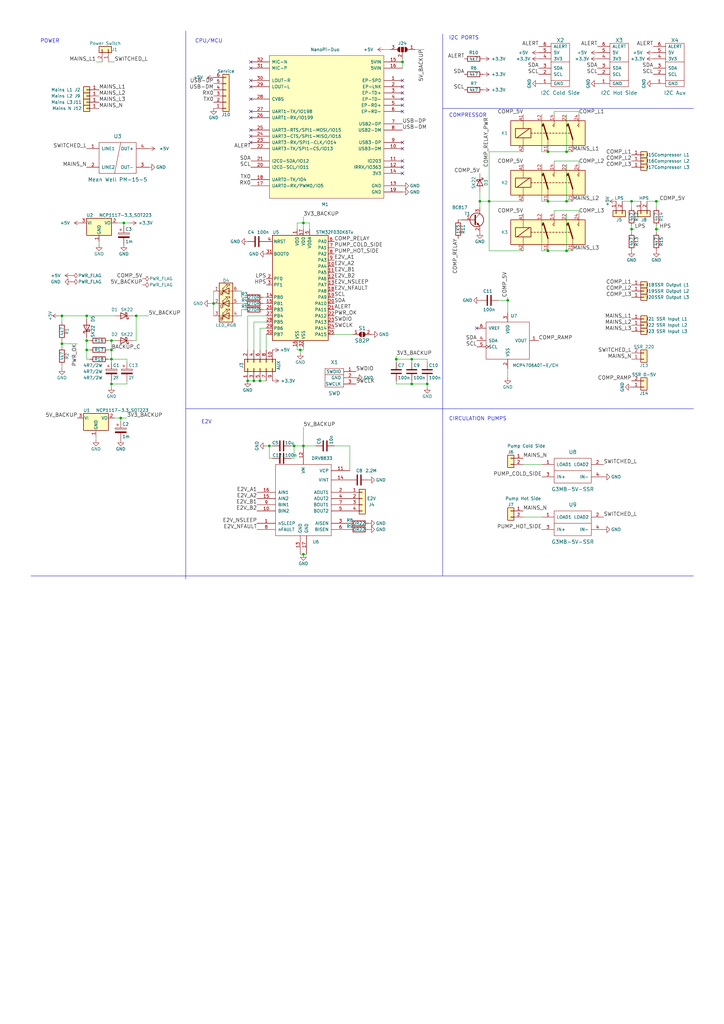
<source format=kicad_sch>
(kicad_sch (version 20220404) (generator eeschema)
  (paper "A3" portrait)
  (junction (at 232.41 102.87))
  (junction (at 123.19 143.51))
  (junction (at 25.4 140.97))
  (junction (at 35.56 139.7))
  (junction (at 35.56 143.51))
  (junction (at 45.72 157.48))
  (junction (at 35.56 129.54))
  (junction (at 50.8 91.44))
  (junction (at 196.85 82.55))
  (junction (at 124.46 227.33))
  (junction (at 224.79 102.87))
  (junction (at 269.24 82.55))
  (junction (at 224.79 62.23))
  (junction (at 106.68 156.21))
  (junction (at 232.41 62.23))
  (junction (at 110.49 182.88))
  (junction (at 175.26 157.48))
  (junction (at 124.46 91.44))
  (junction (at 25.4 129.54))
  (junction (at 224.79 82.55))
  (junction (at 55.88 129.54))
  (junction (at 49.53 171.45))
  (junction (at 87.63 124.46))
  (junction (at 124.46 182.88))
  (junction (at 168.91 157.48))
  (junction (at 259.08 93.98))
  (junction (at 45.72 143.51))
  (junction (at 200.66 82.55))
  (junction (at 165.1 25.4))
  (junction (at 162.56 147.32))
  (junction (at 45.72 147.32))
  (junction (at 104.14 156.21))
  (junction (at 232.41 82.55))
  (junction (at 120.65 182.88))
  (junction (at 168.91 147.32))
  (junction (at 45.72 139.7))
  (junction (at 259.08 82.55))
  (junction (at 269.24 93.98))
  (junction (at 101.6 156.21))
  (junction (at 208.28 123.19))
  (no_connect (at 165.1 43.18))
  (no_connect (at 165.1 68.58))
  (no_connect (at 102.87 55.88))
  (no_connect (at 165.1 33.02))
  (no_connect (at 165.1 66.04))
  (no_connect (at 102.87 58.42))
  (no_connect (at 102.87 25.4))
  (no_connect (at 102.87 35.56))
  (no_connect (at 165.1 71.12))
  (no_connect (at 165.1 38.1))
  (no_connect (at 165.1 60.96))
  (no_connect (at 102.87 27.94))
  (no_connect (at 102.87 45.72))
  (no_connect (at 195.58 134.62))
  (no_connect (at 102.87 53.34))
  (no_connect (at 165.1 45.72))
  (no_connect (at 165.1 35.56))
  (no_connect (at 102.87 33.02))
  (no_connect (at 102.87 48.26))
  (no_connect (at 165.1 58.42))
  (no_connect (at 165.1 40.64))
  (no_connect (at 102.87 40.64))
  (wire (pts (xy 255.27 82.55) (xy 259.08 82.55)))
  (wire (pts (xy 162.56 147.32) (xy 162.56 148.59)))
  (wire (pts (xy 25.4 129.54) (xy 35.56 129.54)))
  (wire (pts (xy 208.28 121.92) (xy 208.28 123.19)))
  (wire (pts (xy 99.06 119.38) (xy 97.79 119.38)))
  (wire (pts (xy 168.91 156.21) (xy 168.91 157.48)))
  (wire (pts (xy 196.85 82.55) (xy 196.85 85.09)))
  (wire (pts (xy 55.88 129.54) (xy 55.88 139.7)))
  (wire (pts (xy 124.46 182.88) (xy 124.46 175.26)))
  (wire (pts (xy 100.33 127) (xy 99.06 127)))
  (wire (pts (xy 99.06 129.54) (xy 97.79 129.54)))
  (wire (pts (xy 187.96 90.17) (xy 189.23 90.17)))
  (wire (pts (xy 101.6 129.54) (xy 101.6 143.51)))
  (wire (pts (xy 36.83 139.7) (xy 35.56 139.7)))
  (wire (pts (xy 55.88 129.54) (xy 60.96 129.54)))
  (wire (pts (xy 45.72 139.7) (xy 46.99 139.7)))
  (wire (pts (xy 175.26 157.48) (xy 175.26 158.75)))
  (wire (pts (xy 208.28 123.19) (xy 208.28 128.27)))
  (wire (pts (xy 49.53 171.45) (xy 52.07 171.45)))
  (wire (pts (xy 101.6 156.21) (xy 104.14 156.21)))
  (wire (pts (xy 208.28 154.94) (xy 208.28 151.13)))
  (wire (pts (xy 227.33 87.63) (xy 227.33 86.36)))
  (wire (pts (xy 35.56 138.43) (xy 35.56 139.7)))
  (wire (pts (xy 39.37 179.07) (xy 39.37 180.34)))
  (wire (pts (xy 25.4 139.7) (xy 25.4 140.97)))
  (wire (pts (xy 259.08 93.98) (xy 259.08 95.25)))
  (wire (pts (xy 121.92 142.24) (xy 121.92 143.51)))
  (wire (pts (xy 107.95 121.92) (xy 109.22 121.92)))
  (wire (pts (xy 35.56 143.51) (xy 35.56 147.32)))
  (wire (pts (xy 124.46 91.44) (xy 127 91.44)))
  (wire (pts (xy 45.72 147.32) (xy 52.07 147.32)))
  (wire (pts (xy 121.92 93.98) (xy 121.92 91.44)))
  (wire (pts (xy 123.19 144.78) (xy 123.19 143.51)))
  (wire (pts (xy 269.24 82.55) (xy 269.24 85.09)))
  (polyline (pts (xy 76.2 12.7) (xy 76.2 237.49)))
  (wire (pts (xy 110.49 182.88) (xy 111.76 182.88)))
  (wire (pts (xy 109.22 134.62) (xy 106.68 134.62)))
  (wire (pts (xy 175.26 147.32) (xy 175.26 148.59)))
  (wire (pts (xy 200.66 62.23) (xy 200.66 82.55)))
  (wire (pts (xy 222.25 46.99) (xy 222.25 62.23)))
  (wire (pts (xy 162.56 156.21) (xy 162.56 157.48)))
  (wire (pts (xy 25.4 140.97) (xy 25.4 142.24)))
  (wire (pts (xy 208.28 123.19) (xy 204.47 123.19)))
  (wire (pts (xy 55.88 139.7) (xy 54.61 139.7)))
  (polyline (pts (xy 284.48 44.45) (xy 181.61 44.45)))
  (wire (pts (xy 109.22 132.08) (xy 104.14 132.08)))
  (wire (pts (xy 44.45 143.51) (xy 45.72 143.51)))
  (wire (pts (xy 25.4 129.54) (xy 25.4 132.08)))
  (wire (pts (xy 40.64 99.06) (xy 40.64 100.33)))
  (wire (pts (xy 175.26 156.21) (xy 175.26 157.48)))
  (wire (pts (xy 25.4 140.97) (xy 31.75 140.97)))
  (wire (pts (xy 127 91.44) (xy 127 93.98)))
  (wire (pts (xy 124.46 143.51) (xy 124.46 142.24)))
  (wire (pts (xy 237.49 45.72) (xy 237.49 46.99)))
  (wire (pts (xy 110.49 187.96) (xy 110.49 182.88)))
  (wire (pts (xy 87.63 119.38) (xy 87.63 124.46)))
  (wire (pts (xy 214.63 190.5) (xy 222.25 190.5)))
  (wire (pts (xy 137.16 182.88) (xy 143.51 182.88)))
  (wire (pts (xy 227.33 46.99) (xy 227.33 45.72)))
  (polyline (pts (xy 12.7 236.22) (xy 284.48 236.22)))
  (wire (pts (xy 119.38 182.88) (xy 120.65 182.88)))
  (wire (pts (xy 109.22 182.88) (xy 110.49 182.88)))
  (wire (pts (xy 35.56 129.54) (xy 35.56 130.81)))
  (wire (pts (xy 232.41 87.63) (xy 232.41 102.87)))
  (wire (pts (xy 124.46 227.33) (xy 125.73 227.33)))
  (wire (pts (xy 35.56 147.32) (xy 36.83 147.32)))
  (wire (pts (xy 107.95 124.46) (xy 109.22 124.46)))
  (wire (pts (xy 97.79 124.46) (xy 100.33 124.46)))
  (wire (pts (xy 86.36 124.46) (xy 87.63 124.46)))
  (wire (pts (xy 165.1 25.4) (xy 165.1 27.94)))
  (wire (pts (xy 168.91 147.32) (xy 168.91 148.59)))
  (wire (pts (xy 269.24 93.98) (xy 269.24 95.25)))
  (wire (pts (xy 124.46 91.44) (xy 124.46 93.98)))
  (wire (pts (xy 106.68 134.62) (xy 106.68 143.51)))
  (wire (pts (xy 104.14 132.08) (xy 104.14 143.51)))
  (wire (pts (xy 214.63 62.23) (xy 200.66 62.23)))
  (wire (pts (xy 232.41 102.87) (xy 234.95 102.87)))
  (wire (pts (xy 157.48 20.32) (xy 160.02 20.32)))
  (wire (pts (xy 120.65 187.96) (xy 120.65 182.88)))
  (wire (pts (xy 48.26 91.44) (xy 50.8 91.44)))
  (wire (pts (xy 227.33 67.31) (xy 227.33 66.04)))
  (wire (pts (xy 162.56 157.48) (xy 168.91 157.48)))
  (wire (pts (xy 224.79 82.55) (xy 232.41 82.55)))
  (wire (pts (xy 99.06 127) (xy 99.06 129.54)))
  (wire (pts (xy 162.56 147.32) (xy 168.91 147.32)))
  (wire (pts (xy 104.14 156.21) (xy 106.68 156.21)))
  (wire (pts (xy 49.53 172.72) (xy 49.53 171.45)))
  (wire (pts (xy 269.24 93.98) (xy 270.51 93.98)))
  (polyline (pts (xy 181.61 13.97) (xy 181.61 236.22)))
  (wire (pts (xy 106.68 156.21) (xy 109.22 156.21)))
  (wire (pts (xy 35.56 143.51) (xy 36.83 143.51)))
  (wire (pts (xy 227.33 45.72) (xy 237.49 45.72)))
  (wire (pts (xy 44.45 25.4) (xy 46.99 25.4)))
  (wire (pts (xy 269.24 92.71) (xy 269.24 93.98)))
  (wire (pts (xy 259.08 82.55) (xy 262.89 82.55)))
  (wire (pts (xy 45.72 157.48) (xy 52.07 157.48)))
  (wire (pts (xy 222.25 62.23) (xy 224.79 62.23)))
  (wire (pts (xy 222.25 67.31) (xy 222.25 82.55)))
  (wire (pts (xy 162.56 146.05) (xy 162.56 147.32)))
  (polyline (pts (xy 76.2 167.64) (xy 284.48 167.64)))
  (wire (pts (xy 123.19 143.51) (xy 124.46 143.51)))
  (wire (pts (xy 165.1 24.13) (xy 165.1 25.4)))
  (wire (pts (xy 87.63 124.46) (xy 87.63 129.54)))
  (wire (pts (xy 109.22 129.54) (xy 101.6 129.54)))
  (wire (pts (xy 46.99 171.45) (xy 49.53 171.45)))
  (wire (pts (xy 39.37 25.4) (xy 41.91 25.4)))
  (wire (pts (xy 222.25 82.55) (xy 224.79 82.55)))
  (wire (pts (xy 259.08 93.98) (xy 260.35 93.98)))
  (wire (pts (xy 168.91 147.32) (xy 175.26 147.32)))
  (wire (pts (xy 227.33 66.04) (xy 237.49 66.04)))
  (wire (pts (xy 196.85 82.55) (xy 200.66 82.55)))
  (wire (pts (xy 99.06 121.92) (xy 99.06 119.38)))
  (wire (pts (xy 121.92 143.51) (xy 123.19 143.51)))
  (wire (pts (xy 45.72 139.7) (xy 45.72 143.51)))
  (wire (pts (xy 170.18 20.32) (xy 173.99 20.32)))
  (wire (pts (xy 265.43 82.55) (xy 269.24 82.55)))
  (wire (pts (xy 54.61 129.54) (xy 55.88 129.54)))
  (wire (pts (xy 123.19 227.33) (xy 124.46 227.33)))
  (wire (pts (xy 137.16 137.16) (xy 144.78 137.16)))
  (wire (pts (xy 45.72 143.51) (xy 45.72 147.32)))
  (wire (pts (xy 237.49 86.36) (xy 237.49 87.63)))
  (wire (pts (xy 100.33 121.92) (xy 99.06 121.92)))
  (wire (pts (xy 52.07 157.48) (xy 52.07 156.21)))
  (wire (pts (xy 121.92 91.44) (xy 124.46 91.44)))
  (wire (pts (xy 269.24 82.55) (xy 270.51 82.55)))
  (wire (pts (xy 45.72 147.32) (xy 45.72 148.59)))
  (wire (pts (xy 200.66 82.55) (xy 214.63 82.55)))
  (wire (pts (xy 200.66 102.87) (xy 214.63 102.87)))
  (wire (pts (xy 111.76 187.96) (xy 110.49 187.96)))
  (wire (pts (xy 232.41 67.31) (xy 232.41 82.55)))
  (wire (pts (xy 224.79 62.23) (xy 232.41 62.23)))
  (wire (pts (xy 222.25 87.63) (xy 222.25 102.87)))
  (wire (pts (xy 200.66 82.55) (xy 200.66 102.87)))
  (wire (pts (xy 259.08 92.71) (xy 259.08 93.98)))
  (wire (pts (xy 45.72 157.48) (xy 45.72 158.75)))
  (wire (pts (xy 120.65 182.88) (xy 124.46 182.88)))
  (wire (pts (xy 44.45 139.7) (xy 45.72 139.7)))
  (wire (pts (xy 44.45 147.32) (xy 45.72 147.32)))
  (wire (pts (xy 168.91 157.48) (xy 175.26 157.48)))
  (wire (pts (xy 224.79 102.87) (xy 232.41 102.87)))
  (wire (pts (xy 227.33 86.36) (xy 237.49 86.36)))
  (wire (pts (xy 35.56 129.54) (xy 46.99 129.54)))
  (wire (pts (xy 124.46 88.9) (xy 124.46 91.44)))
  (wire (pts (xy 24.13 129.54) (xy 25.4 129.54)))
  (wire (pts (xy 237.49 66.04) (xy 237.49 67.31)))
  (wire (pts (xy 143.51 182.88) (xy 143.51 193.04)))
  (wire (pts (xy 124.46 182.88) (xy 129.54 182.88)))
  (wire (pts (xy 52.07 147.32) (xy 52.07 148.59)))
  (wire (pts (xy 196.85 78.74) (xy 196.85 82.55)))
  (wire (pts (xy 259.08 82.55) (xy 259.08 85.09)))
  (wire (pts (xy 107.95 127) (xy 109.22 127)))
  (wire (pts (xy 50.8 91.44) (xy 53.34 91.44)))
  (wire (pts (xy 25.4 149.86) (xy 25.4 151.13)))
  (wire (pts (xy 35.56 139.7) (xy 35.56 143.51)))
  (wire (pts (xy 50.8 92.71) (xy 50.8 91.44)))
  (wire (pts (xy 45.72 156.21) (xy 45.72 157.48)))
  (wire (pts (xy 214.63 212.09) (xy 222.25 212.09)))
  (wire (pts (xy 222.25 102.87) (xy 224.79 102.87)))
  (wire (pts (xy 232.41 46.99) (xy 232.41 62.23)))
  (wire (pts (xy 109.22 137.16) (xy 109.22 143.51)))
  (wire (pts (xy 232.41 82.55) (xy 234.95 82.55)))
  (wire (pts (xy 232.41 62.23) (xy 234.95 62.23)))
  (wire (pts (xy 119.38 187.96) (xy 120.65 187.96)))
  (text "COMPRESSOR" (at 184.15 48.26 0) (effects (font (size 1.524 1.524)) (justify left bottom)))
  (text "CIRCULATION PUMPS" (at 184.15 172.72 0) (effects (font (size 1.524 1.524)) (justify left bottom)))
  (text "POWER" (at 16.51 17.78 0) (effects (font (size 1.524 1.524)) (justify left bottom)))
  (text "E2V" (at 82.55 173.99 0) (effects (font (size 1.524 1.524)) (justify left bottom)))
  (text "CPU/MCU" (at 80.01 17.78 0) (effects (font (size 1.524 1.524)) (justify left bottom)))
  (text "I2C PORTS" (at 184.15 16.51 0) (effects (font (size 1.524 1.524)) (justify left bottom)))
  (label "COMP_L1" (at 259.08 63.5 180) (effects (font (size 1.524 1.524))))
  (label "ALERT" (at 190.5 24.13 180) (effects (font (size 1.524 1.524))))
  (label "RX0" (at 87.63 39.37 180) (effects (font (size 1.524 1.524))))
  (label "USB-DP" (at 87.63 34.29 180) (effects (font (size 1.524 1.524))))
  (label "MAINS_N" (at 35.56 68.58 180) (effects (font (size 1.524 1.524))))
  (label "SCL" (at 267.97 30.48 180) (effects (font (size 1.524 1.524))))
  (label "LPS" (at 260.35 93.98 0) (effects (font (size 1.524 1.524))))
  (label "SDA" (at 195.58 139.7 180) (effects (font (size 1.524 1.524))))
  (label "COMP_RELAY_PWR" (at 200.66 68.58 90) (effects (font (size 1.524 1.524))))
  (label "5V_BACKUP" (at 60.96 129.54 0) (effects (font (size 1.524 1.524))))
  (label "COMP_RELAY" (at 137.16 99.06 0) (effects (font (size 1.524 1.524))))
  (label "PUMP_COLD_SIDE" (at 137.16 101.6 0) (effects (font (size 1.524 1.524))))
  (label "E2V_A1" (at 137.16 106.68 0) (effects (font (size 1.524 1.524))))
  (label "ALERT" (at 102.87 60.96 180) (effects (font (size 1.524 1.524))))
  (label "MAINS_L1" (at 40.64 36.83 0) (effects (font (size 1.524 1.524))))
  (label "MAINS_L2" (at 40.64 39.37 0) (effects (font (size 1.524 1.524))))
  (label "SDA" (at 137.16 124.46 0) (effects (font (size 1.524 1.524))))
  (label "3V3_BACKUP" (at 52.07 171.45 0) (effects (font (size 1.524 1.524))))
  (label "SCL" (at 102.87 68.58 180) (effects (font (size 1.524 1.524))))
  (label "SWITCHED_L" (at 35.56 60.96 180) (effects (font (size 1.524 1.524))))
  (label "HPS" (at 270.51 93.98 0) (effects (font (size 1.524 1.524))))
  (label "SCL" (at 195.58 142.24 180) (effects (font (size 1.524 1.524))))
  (label "COMP_5V" (at 196.85 71.12 180) (effects (font (size 1.524 1.524))))
  (label "RX0" (at 102.87 76.2 180) (effects (font (size 1.524 1.524))))
  (label "USB-DP" (at 165.1 50.8 0) (effects (font (size 1.524 1.524))))
  (label "TX0" (at 87.63 41.91 180) (effects (font (size 1.524 1.524))))
  (label "ALERT" (at 220.98 19.05 180) (effects (font (size 1.524 1.524))))
  (label "COMP_L3" (at 259.08 121.92 180) (effects (font (size 1.524 1.524))))
  (label "5V_BACKUP" (at 124.46 175.26 0) (effects (font (size 1.524 1.524))))
  (label "E2V_NSLEEP" (at 137.16 116.84 0) (effects (font (size 1.524 1.524))))
  (label "COMP_5V" (at 214.63 87.63 180) (effects (font (size 1.524 1.524))))
  (label "COMP_L2" (at 259.08 119.38 180) (effects (font (size 1.524 1.524))))
  (label "SWITCHED_L" (at 247.65 212.09 0) (effects (font (size 1.524 1.524))))
  (label "SDA" (at 220.98 27.94 180) (effects (font (size 1.524 1.524))))
  (label "SWCLK" (at 137.16 134.62 0) (effects (font (size 1.524 1.524))))
  (label "E2V_B2" (at 137.16 114.3 0) (effects (font (size 1.524 1.524))))
  (label "MAINS_L3" (at 40.64 41.91 0) (effects (font (size 1.524 1.524))))
  (label "MAINS_N" (at 214.63 209.55 0) (effects (font (size 1.524 1.524))))
  (label "USB-DM" (at 87.63 36.83 180) (effects (font (size 1.524 1.524))))
  (label "COMP_L3" (at 259.08 68.58 180) (effects (font (size 1.524 1.524))))
  (label "MAINS_N" (at 40.64 44.45 0) (effects (font (size 1.524 1.524))))
  (label "COMP_5V" (at 214.63 46.99 180) (effects (font (size 1.524 1.524))))
  (label "SWITCHED_L" (at 247.65 190.5 0) (effects (font (size 1.524 1.524))))
  (label "PUMP_HOT_SIDE" (at 222.25 217.17 180) (effects (font (size 1.524 1.524))))
  (label "SDA" (at 267.97 27.94 180) (effects (font (size 1.524 1.524))))
  (label "COMP_5V" (at 58.42 114.3 180) (effects (font (size 1.524 1.524))))
  (label "SDA" (at 245.11 27.94 180) (effects (font (size 1.524 1.524))))
  (label "COMP_5V" (at 270.51 82.55 0) (effects (font (size 1.524 1.524))))
  (label "5V_BACKUP" (at 31.75 171.45 180) (effects (font (size 1.524 1.524))))
  (label "SDA" (at 102.87 66.04 180) (effects (font (size 1.524 1.524))))
  (label "SWDIO" (at 137.16 132.08 0) (effects (font (size 1.524 1.524))))
  (label "E2V_B1" (at 137.16 111.76 0) (effects (font (size 1.524 1.524))))
  (label "5V_BACKUP" (at 173.99 20.32 270) (effects (font (size 1.524 1.524))))
  (label "E2V_A1" (at 105.41 201.93 180) (effects (font (size 1.524 1.524))))
  (label "HPS" (at 109.22 116.84 180) (effects (font (size 1.524 1.524))))
  (label "E2V_NFAULT" (at 137.16 119.38 0) (effects (font (size 1.524 1.524))))
  (label "COMP_5V" (at 208.28 121.92 90) (effects (font (size 1.524 1.524))))
  (label "PWR_OK" (at 137.16 129.54 0) (effects (font (size 1.524 1.524))))
  (label "SWITCHED_L" (at 259.08 144.78 180) (effects (font (size 1.524 1.524))))
  (label "SWDIO" (at 146.05 152.4 0) (effects (font (size 1.524 1.524))))
  (label "MAINS_L1" (at 234.95 62.23 0) (effects (font (size 1.524 1.524))))
  (label "COMP_L2" (at 259.08 66.04 180) (effects (font (size 1.524 1.524))))
  (label "MAINS_L2" (at 234.95 82.55 0) (effects (font (size 1.524 1.524))))
  (label "PWR_OK" (at 31.75 140.97 270) (effects (font (size 1.524 1.524))))
  (label "TX0" (at 102.87 73.66 180) (effects (font (size 1.524 1.524))))
  (label "E2V_NSLEEP" (at 105.41 214.63 180) (effects (font (size 1.524 1.524))))
  (label "USB-DM" (at 165.1 53.34 0) (effects (font (size 1.524 1.524))))
  (label "MAINS_L3" (at 234.95 102.87 0) (effects (font (size 1.524 1.524))))
  (label "COMP_RAMP" (at 220.98 139.7 0) (effects (font (size 1.524 1.524))))
  (label "SCL" (at 190.5 36.83 180) (effects (font (size 1.524 1.524))))
  (label "COMP_L2" (at 237.49 67.31 0) (effects (font (size 1.524 1.524))))
  (label "SWCLK" (at 146.05 157.48 0) (effects (font (size 1.524 1.524))))
  (label "5V_BACKUP" (at 58.42 116.84 180) (effects (font (size 1.524 1.524))))
  (label "3V3_BACKUP" (at 162.56 146.05 0) (effects (font (size 1.524 1.524))))
  (label "ALERT" (at 245.11 19.05 180) (effects (font (size 1.524 1.524))))
  (label "LPS" (at 109.22 114.3 180) (effects (font (size 1.524 1.524))))
  (label "ALERT" (at 267.97 19.05 180) (effects (font (size 1.524 1.524))))
  (label "COMP_L3" (at 237.49 87.63 0) (effects (font (size 1.524 1.524))))
  (label "MAINS_L1" (at 259.08 130.81 180) (effects (font (size 1.524 1.524))))
  (label "COMP_L1" (at 237.49 46.99 0) (effects (font (size 1.524 1.524))))
  (label "3V3_BACKUP" (at 124.46 88.9 0) (effects (font (size 1.524 1.524))))
  (label "SDA" (at 190.5 30.48 180) (effects (font (size 1.524 1.524))))
  (label "E2V_NFAULT" (at 105.41 217.17 180) (effects (font (size 1.524 1.524))))
  (label "SWITCHED_L" (at 46.99 25.4 0) (effects (font (size 1.524 1.524))))
  (label "COMP_RELAY" (at 187.96 97.79 270) (effects (font (size 1.524 1.524))))
  (label "ALERT" (at 137.16 127 0) (effects (font (size 1.524 1.524))))
  (label "COMP_RAMP" (at 259.08 156.21 180) (effects (font (size 1.524 1.524))))
  (label "E2V_A2" (at 137.16 109.22 0) (effects (font (size 1.524 1.524))))
  (label "COMP_5V" (at 214.63 67.31 180) (effects (font (size 1.524 1.524))))
  (label "E2V_B2" (at 105.41 209.55 180) (effects (font (size 1.524 1.524))))
  (label "BACKUP_C" (at 45.72 143.51 0) (effects (font (size 1.524 1.524))))
  (label "MAINS_N" (at 259.08 147.32 180) (effects (font (size 1.524 1.524))))
  (label "PUMP_HOT_SIDE" (at 137.16 104.14 0) (effects (font (size 1.524 1.524))))
  (label "PUMP_COLD_SIDE" (at 222.25 195.58 180) (effects (font (size 1.524 1.524))))
  (label "MAINS_N" (at 214.63 187.96 0) (effects (font (size 1.524 1.524))))
  (label "E2V_A2" (at 105.41 204.47 180) (effects (font (size 1.524 1.524))))
  (label "MAINS_L1" (at 39.37 25.4 180) (effects (font (size 1.524 1.524))))
  (label "SCL" (at 220.98 30.48 180) (effects (font (size 1.524 1.524))))
  (label "COMP_L1" (at 259.08 116.84 180) (effects (font (size 1.524 1.524))))
  (label "MAINS_L3" (at 259.08 135.89 180) (effects (font (size 1.524 1.524))))
  (label "E2V_B1" (at 105.41 207.01 180) (effects (font (size 1.524 1.524))))
  (label "SCL" (at 245.11 30.48 180) (effects (font (size 1.524 1.524))))
  (label "SCL" (at 137.16 121.92 0) (effects (font (size 1.524 1.524))))
  (label "MAINS_L2" (at 259.08 133.35 180) (effects (font (size 1.524 1.524))))
  (symbol (lib_id "power:PWR_FLAG") (at 29.21 113.03 270) (unit 1)
    (default_instance (reference "U") (unit 1) (value "") (footprint ""))
    (property "Reference" "#FLG01" (effects hide))
    (property "Value" "PWR_FLAG" (at 36.83 113.03 90))
  )
  (symbol (lib_id "power:+5V") (at 29.21 113.03 90) (unit 1)
    (default_instance (reference "U") (unit 1) (value "") (footprint ""))
    (property "Reference" "#PWR02" (effects hide))
    (property "Value" "+5V" (at 22.86 113.03 90))
  )
  (symbol (lib_id "power:PWR_FLAG") (at 29.21 115.57 270) (unit 1)
    (default_instance (reference "U") (unit 1) (value "") (footprint ""))
    (property "Reference" "#FLG03" (effects hide))
    (property "Value" "PWR_FLAG" (at 36.83 115.57 90))
  )
  (symbol (lib_id "power:GND") (at 29.21 115.57 270) (unit 1)
    (default_instance (reference "U") (unit 1) (value "") (footprint ""))
    (property "Reference" "#PWR04" (effects hide))
    (property "Value" "GND" (at 22.86 115.57 90))
  )
  (symbol (lib_id "Regulator_Linear:NCP1117-3.3_SOT223") (at 40.64 91.44 0) (unit 1)
    (default_instance (reference "U") (unit 1) (value "") (footprint ""))
    (property "Reference" "U2" (at 36.83 88.265 0))
    (property "Value" "NCP1117-3.3_SOT223" (at 40.64 88.265 0) (effects (justify left)))
    (property "Footprint" "Package_TO_SOT_SMD:SOT-223-3_TabPin2" (effects hide))
  )
  (symbol (lib_id "power:+3.3V") (at 53.34 91.44 270) (unit 1)
    (default_instance (reference "U") (unit 1) (value "") (footprint ""))
    (property "Reference" "#PWR06" (effects hide))
    (property "Value" "+3.3V" (at 59.69 91.44 90))
  )
  (symbol (lib_id "power:GND") (at 40.64 100.33 0) (unit 1)
    (default_instance (reference "U") (unit 1) (value "") (footprint ""))
    (property "Reference" "#PWR08" (effects hide))
    (property "Value" "GND" (at 40.64 104.14 0))
  )
  (symbol (lib_id "power:GND") (at 50.8 100.33 0) (unit 1)
    (default_instance (reference "U") (unit 1) (value "") (footprint ""))
    (property "Reference" "#PWR09" (effects hide))
    (property "Value" "GND" (at 50.8 104.14 0))
  )
  (symbol (lib_id "Device:C_Polarized") (at 50.8 96.52 0) (unit 1)
    (default_instance (reference "U") (unit 1) (value "") (footprint ""))
    (property "Reference" "C3" (at 51.435 93.98 0) (effects (justify left)))
    (property "Value" "1m" (at 51.435 99.06 0) (effects (justify left)))
    (property "Footprint" "Capacitor_SMD:CP_Elec_8x10" (effects hide))
  )
  (symbol (lib_id "Drake:Switching_Power_Supply") (at 48.26 64.77 0) (unit 1)
    (default_instance (reference "U") (unit 1) (value "") (footprint ""))
    (property "Reference" "U3" (at 48.26 55.88 0) (effects (font (size 1.524 1.524))))
    (property "Value" "Mean Well PM-15-5" (at 48.26 73.66 0) (effects (font (size 1.524 1.524))))
    (property "Footprint" "Drake:Mean-Well-PM-15-5" (effects hide))
  )
  (symbol (lib_id "power:+5V") (at 33.02 91.44 90) (unit 1)
    (default_instance (reference "U") (unit 1) (value "") (footprint ""))
    (property "Reference" "#PWR010" (effects hide))
    (property "Value" "+5V" (at 26.67 91.44 90))
  )
  (symbol (lib_id "power:GND") (at 60.96 68.58 90) (unit 1)
    (default_instance (reference "U") (unit 1) (value "") (footprint ""))
    (property "Reference" "#PWR011" (effects hide))
    (property "Value" "GND" (at 66.04 68.58 90))
  )
  (symbol (lib_id "power:GND") (at 165.1 78.74 90) (unit 1)
    (default_instance (reference "U") (unit 1) (value "") (footprint ""))
    (property "Reference" "#PWR012" (effects hide))
    (property "Value" "GND" (at 170.18 78.74 90))
  )
  (symbol (lib_id "Drake:I2C-6P") (at 229.87 29.21 0) (mirror y) (unit 1)
    (default_instance (reference "U") (unit 1) (value "") (footprint ""))
    (property "Reference" "X2" (at 229.87 16.51 0) (effects (font (size 1.524 1.524))))
    (property "Value" "I2C Cold Side" (at 229.87 38.1 0) (effects (font (size 1.524 1.524))))
    (property "Footprint" "Drake:Micro-Match-FOB-6" (effects hide))
  )
  (symbol (lib_id "Drake:I2C-6P") (at 254 29.21 0) (mirror y) (unit 1)
    (default_instance (reference "U") (unit 1) (value "") (footprint ""))
    (property "Reference" "X3" (at 254 16.51 0) (effects (font (size 1.524 1.524))))
    (property "Value" "I2C Hot Side" (at 254 38.1 0) (effects (font (size 1.524 1.524))))
    (property "Footprint" "Drake:Micro-Match-FOB-6" (effects hide))
  )
  (symbol (lib_id "Drake:I2C-6P") (at 276.86 29.21 0) (mirror y) (unit 1)
    (default_instance (reference "U") (unit 1) (value "") (footprint ""))
    (property "Reference" "X4" (at 276.86 16.51 0) (effects (font (size 1.524 1.524))))
    (property "Value" "I2C Aux" (at 276.86 38.1 0) (effects (font (size 1.524 1.524))))
    (property "Footprint" "Drake:Micro-Match-FOB-6" (effects hide))
  )
  (symbol (lib_id "power:+3.3V") (at 220.98 24.13 90) (unit 1)
    (default_instance (reference "U") (unit 1) (value "") (footprint ""))
    (property "Reference" "#PWR013" (effects hide))
    (property "Value" "+3.3V" (at 214.63 24.13 90))
  )
  (symbol (lib_id "power:+3.3V") (at 267.97 24.13 90) (unit 1)
    (default_instance (reference "U") (unit 1) (value "") (footprint ""))
    (property "Reference" "#PWR014" (effects hide))
    (property "Value" "+3.3V" (at 261.62 24.13 90))
  )
  (symbol (lib_id "power:+3.3V") (at 245.11 24.13 90) (unit 1)
    (default_instance (reference "U") (unit 1) (value "") (footprint ""))
    (property "Reference" "#PWR015" (effects hide))
    (property "Value" "+3.3V" (at 238.76 24.13 90))
  )
  (symbol (lib_id "power:+5V") (at 220.98 21.59 90) (unit 1)
    (default_instance (reference "U") (unit 1) (value "") (footprint ""))
    (property "Reference" "#PWR016" (effects hide))
    (property "Value" "+5V" (at 214.63 21.59 90))
  )
  (symbol (lib_id "power:+5V") (at 245.11 21.59 90) (unit 1)
    (default_instance (reference "U") (unit 1) (value "") (footprint ""))
    (property "Reference" "#PWR017" (effects hide))
    (property "Value" "+5V" (at 238.76 21.59 90))
  )
  (symbol (lib_id "power:+5V") (at 267.97 21.59 90) (unit 1)
    (default_instance (reference "U") (unit 1) (value "") (footprint ""))
    (property "Reference" "#PWR018" (effects hide))
    (property "Value" "+5V" (at 261.62 21.59 90))
  )
  (symbol (lib_id "power:GND") (at 220.98 34.29 270) (unit 1)
    (default_instance (reference "U") (unit 1) (value "") (footprint ""))
    (property "Reference" "#PWR019" (effects hide))
    (property "Value" "GND" (at 217.17 34.29 0))
  )
  (symbol (lib_id "power:GND") (at 245.11 34.29 270) (unit 1)
    (default_instance (reference "U") (unit 1) (value "") (footprint ""))
    (property "Reference" "#PWR020" (effects hide))
    (property "Value" "GND" (at 241.3 34.29 0))
  )
  (symbol (lib_id "power:GND") (at 267.97 34.29 270) (unit 1)
    (default_instance (reference "U") (unit 1) (value "") (footprint ""))
    (property "Reference" "#PWR021" (effects hide))
    (property "Value" "GND" (at 264.16 34.29 0))
  )
  (symbol (lib_id "power:GND") (at 123.19 144.78 0) (unit 1)
    (default_instance (reference "U") (unit 1) (value "") (footprint ""))
    (property "Reference" "#PWR022" (effects hide))
    (property "Value" "GND" (at 123.19 148.59 0))
  )
  (symbol (lib_id "Device:R") (at 194.31 30.48 270) (unit 1)
    (default_instance (reference "U") (unit 1) (value "") (footprint ""))
    (property "Reference" "R6" (at 194.31 27.94 90))
    (property "Value" "4k7" (at 194.31 30.48 90))
    (property "Footprint" "Resistor_SMD:R_0805_2012Metric" (effects hide))
  )
  (symbol (lib_id "Device:R") (at 194.31 36.83 270) (unit 1)
    (default_instance (reference "U") (unit 1) (value "") (footprint ""))
    (property "Reference" "R7" (at 194.31 34.29 90))
    (property "Value" "4k7" (at 194.31 36.83 90))
    (property "Footprint" "Resistor_SMD:R_0805_2012Metric" (effects hide))
  )
  (symbol (lib_id "power:+3.3V") (at 198.12 30.48 270) (unit 1)
    (default_instance (reference "U") (unit 1) (value "") (footprint ""))
    (property "Reference" "#PWR023" (effects hide))
    (property "Value" "+3.3V" (at 204.47 30.48 90))
  )
  (symbol (lib_id "power:+3.3V") (at 198.12 36.83 270) (unit 1)
    (default_instance (reference "U") (unit 1) (value "") (footprint ""))
    (property "Reference" "#PWR024" (effects hide))
    (property "Value" "+3.3V" (at 204.47 36.83 90))
  )
  (symbol (lib_id "power:GND") (at 208.28 154.94 0) (unit 1)
    (default_instance (reference "U") (unit 1) (value "") (footprint ""))
    (property "Reference" "#PWR025" (effects hide))
    (property "Value" "GND" (at 208.28 158.75 0))
  )
  (symbol (lib_id "MCU_ST_STM32F0:STM32F030K6Tx") (at 124.46 116.84 0) (unit 1)
    (default_instance (reference "U") (unit 1) (value "") (footprint ""))
    (property "Reference" "U5" (at 111.76 95.25 0) (effects (justify left)))
    (property "Value" "STM32F030K6Tx" (at 129.54 95.25 0) (effects (justify left)))
    (property "Footprint" "Package_QFP:LQFP-32_7x7mm_P0.8mm" (effects hide))
  )
  (symbol (lib_id "Device:C") (at 105.41 99.06 270) (unit 1)
    (default_instance (reference "U") (unit 1) (value "") (footprint ""))
    (property "Reference" "C4" (at 101.6 95.25 90) (effects (justify left)))
    (property "Value" "100n" (at 105.41 95.25 90) (effects (justify left)))
    (property "Footprint" "Capacitor_SMD:C_0805_2012Metric" (effects hide))
  )
  (symbol (lib_id "power:GND") (at 101.6 99.06 270) (unit 1)
    (default_instance (reference "U") (unit 1) (value "") (footprint ""))
    (property "Reference" "#PWR026" (effects hide))
    (property "Value" "GND" (at 96.52 99.06 90))
  )
  (symbol (lib_id "power:GND") (at 109.22 104.14 270) (unit 1)
    (default_instance (reference "U") (unit 1) (value "") (footprint ""))
    (property "Reference" "#PWR027" (effects hide))
    (property "Value" "GND" (at 104.14 104.14 90))
  )
  (symbol (lib_id "Drake:SWD") (at 137.16 154.94 0) (unit 1)
    (default_instance (reference "U") (unit 1) (value "") (footprint ""))
    (property "Reference" "X1" (at 137.16 148.59 0) (effects (font (size 1.524 1.524))))
    (property "Value" "SWD" (at 137.16 161.29 0) (effects (font (size 1.524 1.524))))
    (property "Footprint" "Drake:SWD" (effects hide))
  )
  (symbol (lib_id "power:GND") (at 146.05 154.94 90) (unit 1)
    (default_instance (reference "U") (unit 1) (value "") (footprint ""))
    (property "Reference" "#PWR028" (effects hide))
    (property "Value" "GND" (at 151.13 154.94 90))
  )
  (symbol (lib_id "Connector_Generic:Conn_01x04") (at 148.59 204.47 0) (unit 1)
    (default_instance (reference "U") (unit 1) (value "") (footprint ""))
    (property "Reference" "J4" (at 152.4 207.01 0))
    (property "Value" "E2V" (at 152.4 204.47 0))
    (property "Footprint" "Drake:DG142R-4-5.08" (effects hide))
  )
  (symbol (lib_id "Connector_Generic:Conn_01x02") (at 209.55 187.96 0) (mirror y) (unit 1)
    (default_instance (reference "U") (unit 1) (value "") (footprint ""))
    (property "Reference" "J6" (at 209.55 185.42 0))
    (property "Value" "Pump Cold Side" (at 215.9 182.88 0))
    (property "Footprint" "Drake:DG142R-2-5.08" (effects hide))
  )
  (symbol (lib_id "Connector_Generic:Conn_01x02") (at 209.55 209.55 0) (mirror y) (unit 1)
    (default_instance (reference "U") (unit 1) (value "") (footprint ""))
    (property "Reference" "J7" (at 209.55 207.01 0))
    (property "Value" "Pump Hot Side" (at 214.63 204.47 0))
    (property "Footprint" "Drake:DG142R-2-5.08" (effects hide))
  )
  (symbol (lib_id "Drake:G3MB-SSR") (at 234.95 193.04 0) (unit 1)
    (default_instance (reference "U") (unit 1) (value "") (footprint ""))
    (property "Reference" "U8" (at 234.95 185.42 0) (effects (font (size 1.524 1.524))))
    (property "Value" "G3MB-5V-SSR" (at 234.95 200.66 0) (effects (font (size 1.524 1.524))))
    (property "Footprint" "Drake:G3MB-SSR" (effects hide))
  )
  (symbol (lib_id "Drake:G3MB-SSR") (at 234.95 214.63 0) (unit 1)
    (default_instance (reference "U") (unit 1) (value "") (footprint ""))
    (property "Reference" "U9" (at 234.95 207.01 0) (effects (font (size 1.524 1.524))))
    (property "Value" "G3MB-5V-SSR" (at 234.95 222.25 0) (effects (font (size 1.524 1.524))))
    (property "Footprint" "Drake:G3MB-SSR" (effects hide))
  )
  (symbol (lib_id "power:GND") (at 247.65 195.58 90) (unit 1)
    (default_instance (reference "U") (unit 1) (value "") (footprint ""))
    (property "Reference" "#PWR029" (effects hide))
    (property "Value" "GND" (at 252.73 195.58 90))
  )
  (symbol (lib_id "power:GND") (at 247.65 217.17 90) (unit 1)
    (default_instance (reference "U") (unit 1) (value "") (footprint ""))
    (property "Reference" "#PWR030" (effects hide))
    (property "Value" "GND" (at 252.73 217.17 90))
  )
  (symbol (lib_id "Relay:FINDER-40.52") (at 224.79 54.61 0) (unit 1)
    (default_instance (reference "U") (unit 1) (value "") (footprint ""))
    (property "Reference" "K1" (at 207.01 54.61 0))
    (property "Value" "RELAY_2" (effects hide))
    (property "Footprint" "Drake:RT314_Relay" (effects hide))
  )
  (symbol (lib_id "Relay:FINDER-40.52") (at 224.79 74.93 0) (unit 1)
    (default_instance (reference "U") (unit 1) (value "") (footprint ""))
    (property "Reference" "K2" (at 207.01 74.93 0))
    (property "Value" "RELAY_2" (effects hide))
    (property "Footprint" "Drake:RT314_Relay" (effects hide))
  )
  (symbol (lib_id "Relay:FINDER-40.52") (at 224.79 95.25 0) (unit 1)
    (default_instance (reference "U") (unit 1) (value "") (footprint ""))
    (property "Reference" "K3" (at 207.01 95.25 0))
    (property "Value" "RELAY_2" (effects hide))
    (property "Footprint" "Drake:RT314_Relay" (effects hide))
  )
  (symbol (lib_id "power:GND") (at 196.85 95.25 0) (unit 1)
    (default_instance (reference "U") (unit 1) (value "") (footprint ""))
    (property "Reference" "#PWR031" (effects hide))
    (property "Value" "GND" (at 196.85 99.06 0))
  )
  (symbol (lib_id "Device:R") (at 187.96 93.98 0) (unit 1)
    (default_instance (reference "U") (unit 1) (value "") (footprint ""))
    (property "Reference" "R11" (at 189.992 93.98 90))
    (property "Value" "1K5" (at 187.96 93.98 90))
    (property "Footprint" "Resistor_SMD:R_0805_2012Metric" (effects hide))
  )
  (symbol (lib_id "Transistor_BJT:MMBT3904") (at 194.31 90.17 0) (unit 1)
    (default_instance (reference "U") (unit 1) (value "") (footprint ""))
    (property "Reference" "T1" (at 190.5 87.63 0) (effects (justify left)))
    (property "Value" "BC817" (at 185.42 85.09 0) (effects (justify left)))
    (property "Footprint" "Package_TO_SOT_SMD:SOT-23" (effects hide))
  )
  (symbol (lib_id "Device:R") (at 194.31 24.13 270) (unit 1)
    (default_instance (reference "U") (unit 1) (value "") (footprint ""))
    (property "Reference" "R10" (at 194.31 21.59 90))
    (property "Value" "4k7" (at 194.31 24.13 90))
    (property "Footprint" "Resistor_SMD:R_0805_2012Metric" (effects hide))
  )
  (symbol (lib_id "power:+3.3V") (at 198.12 24.13 270) (unit 1)
    (default_instance (reference "U") (unit 1) (value "") (footprint ""))
    (property "Reference" "#PWR032" (effects hide))
    (property "Value" "+3.3V" (at 204.47 24.13 90))
  )
  (symbol (lib_id "power:GND") (at 259.08 158.75 270) (unit 1)
    (default_instance (reference "U") (unit 1) (value "") (footprint ""))
    (property "Reference" "#PWR033" (effects hide))
    (property "Value" "GND" (at 255.27 158.75 0))
  )
  (symbol (lib_id "Device:C") (at 162.56 152.4 0) (unit 1)
    (default_instance (reference "U") (unit 1) (value "") (footprint ""))
    (property "Reference" "C7" (at 163.195 149.86 0) (effects (justify left)))
    (property "Value" "100n" (at 163.195 154.94 0) (effects (justify left)))
    (property "Footprint" "Capacitor_SMD:C_0805_2012Metric" (effects hide))
  )
  (symbol (lib_id "Device:C") (at 200.66 123.19 270) (unit 1)
    (default_instance (reference "U") (unit 1) (value "") (footprint ""))
    (property "Reference" "C11" (at 198.12 119.38 90) (effects (justify left)))
    (property "Value" "100n" (at 198.12 127 90) (effects (justify left)))
    (property "Footprint" "Capacitor_SMD:C_0805_2012Metric" (effects hide))
  )
  (symbol (lib_id "power:GND") (at 109.22 182.88 270) (unit 1)
    (default_instance (reference "U") (unit 1) (value "") (footprint ""))
    (property "Reference" "#PWR034" (effects hide))
    (property "Value" "GND" (at 105.41 182.88 0))
  )
  (symbol (lib_id "power:GND") (at 175.26 158.75 0) (unit 1)
    (default_instance (reference "U") (unit 1) (value "") (footprint ""))
    (property "Reference" "#PWR035" (effects hide))
    (property "Value" "GND" (at 175.26 162.56 0))
  )
  (symbol (lib_id "Device:C") (at 168.91 152.4 0) (unit 1)
    (default_instance (reference "U") (unit 1) (value "") (footprint ""))
    (property "Reference" "C9" (at 169.545 149.86 0) (effects (justify left)))
    (property "Value" "100n" (at 169.545 154.94 0) (effects (justify left)))
    (property "Footprint" "Capacitor_SMD:C_0805_2012Metric" (effects hide))
  )
  (symbol (lib_id "Device:C") (at 175.26 152.4 0) (unit 1)
    (default_instance (reference "U") (unit 1) (value "") (footprint ""))
    (property "Reference" "C10" (at 175.895 149.86 0) (effects (justify left)))
    (property "Value" "100n" (at 175.895 154.94 0) (effects (justify left)))
    (property "Footprint" "Capacitor_SMD:C_0805_2012Metric" (effects hide))
  )
  (symbol (lib_id "Drake:DRV8833") (at 124.46 205.74 0) (unit 1)
    (default_instance (reference "U") (unit 1) (value "") (footprint ""))
    (property "Reference" "U6" (at 129.54 222.25 0))
    (property "Value" "DRV8833" (at 132.08 187.96 0))
    (property "Footprint" "Drake:TSSOP-16_4.4x5mm_Pitch0.65mm-EP" (effects hide))
    (property "Datasheet" "DOCUMENTATION" (effects hide))
  )
  (symbol (lib_id "power:GND") (at 124.46 227.33 0) (unit 1)
    (default_instance (reference "U") (unit 1) (value "") (footprint ""))
    (property "Reference" "#PWR036" (effects hide))
    (property "Value" "GND" (at 124.46 231.14 0))
  )
  (symbol (lib_id "Device:R") (at 147.32 214.63 270) (unit 1)
    (default_instance (reference "U") (unit 1) (value "") (footprint ""))
    (property "Reference" "R8" (at 143.51 213.36 90))
    (property "Value" "0R22" (at 147.32 214.63 90))
    (property "Footprint" "Resistor_SMD:R_0805_2012Metric" (effects hide))
  )
  (symbol (lib_id "Device:R") (at 147.32 217.17 270) (unit 1)
    (default_instance (reference "U") (unit 1) (value "") (footprint ""))
    (property "Reference" "R9" (at 143.51 215.9 90))
    (property "Value" "0R22" (at 147.32 217.17 90))
    (property "Footprint" "Resistor_SMD:R_0805_2012Metric" (effects hide))
  )
  (symbol (lib_id "power:GND") (at 151.13 214.63 90) (unit 1)
    (default_instance (reference "U") (unit 1) (value "") (footprint ""))
    (property "Reference" "#PWR037" (effects hide))
    (property "Value" "GND" (at 156.21 214.63 90))
  )
  (symbol (lib_id "power:GND") (at 151.13 217.17 90) (unit 1)
    (default_instance (reference "U") (unit 1) (value "") (footprint ""))
    (property "Reference" "#PWR038" (effects hide))
    (property "Value" "GND" (at 156.21 217.17 90))
  )
  (symbol (lib_id "Device:C") (at 133.35 182.88 90) (unit 1)
    (default_instance (reference "U") (unit 1) (value "") (footprint ""))
    (property "Reference" "C6" (at 130.81 182.245 0) (effects (justify left)))
    (property "Value" "10n" (at 135.89 182.245 0) (effects (justify left)))
    (property "Footprint" "Capacitor_SMD:C_0805_2012Metric" (effects hide))
  )
  (symbol (lib_id "Device:C") (at 147.32 196.85 270) (unit 1)
    (default_instance (reference "U") (unit 1) (value "") (footprint ""))
    (property "Reference" "C8" (at 146.05 193.04 90) (effects (justify left)))
    (property "Value" "2.2M" (at 149.86 193.04 90) (effects (justify left)))
    (property "Footprint" "Capacitor_SMD:C_0805_2012Metric" (effects hide))
  )
  (symbol (lib_id "power:GND") (at 151.13 196.85 90) (unit 1)
    (default_instance (reference "U") (unit 1) (value "") (footprint ""))
    (property "Reference" "#PWR039" (effects hide))
    (property "Value" "GND" (at 156.21 196.85 90))
  )
  (symbol (lib_id "Device:C") (at 115.57 182.88 90) (unit 1)
    (default_instance (reference "U") (unit 1) (value "") (footprint ""))
    (property "Reference" "C5" (at 114.3 181.61 90) (effects (justify left)))
    (property "Value" "10u" (at 120.65 181.61 90) (effects (justify left)))
    (property "Footprint" "Capacitor_SMD:C_0805_2012Metric" (effects hide))
  )
  (symbol (lib_id "Connector_Generic:Conn_01x02") (at 252.73 87.63 90) (mirror x) (unit 1)
    (default_instance (reference "U") (unit 1) (value "") (footprint ""))
    (property "Reference" "J5" (at 254 90.17 90))
    (property "Value" "LPS" (at 254 81.28 90))
    (property "Footprint" "Drake:DG142R-2-5.08" (effects hide))
  )
  (symbol (lib_id "Connector_Generic:Conn_01x02") (at 262.89 87.63 90) (mirror x) (unit 1)
    (default_instance (reference "U") (unit 1) (value "") (footprint ""))
    (property "Reference" "J8" (at 264.16 90.17 90))
    (property "Value" "HPS" (at 264.16 81.28 90))
    (property "Footprint" "Drake:DG142R-2-5.08" (effects hide))
  )
  (symbol (lib_id "power:+5V") (at 252.73 82.55 90) (unit 1)
    (default_instance (reference "U") (unit 1) (value "") (footprint ""))
    (property "Reference" "#PWR040" (effects hide))
    (property "Value" "+5V" (at 249.174 82.55 0))
  )
  (symbol (lib_id "Connector_Generic:Conn_01x02") (at 44.45 20.32 270) (mirror x) (unit 1)
    (default_instance (reference "U") (unit 1) (value "") (footprint ""))
    (property "Reference" "J1" (at 46.99 20.32 90))
    (property "Value" "Power Switch" (at 43.18 17.78 90))
    (property "Footprint" "Drake:DG142R-2-5.08" (effects hide))
  )
  (symbol (lib_id "power:+5V") (at 24.13 129.54 90) (unit 1)
    (default_instance (reference "U") (unit 1) (value "") (footprint ""))
    (property "Reference" "#PWR041" (effects hide))
    (property "Value" "+5V" (at 20.574 129.54 0))
  )
  (symbol (lib_id "Device:C_Polarized") (at 45.72 152.4 0) (unit 1)
    (default_instance (reference "U") (unit 1) (value "") (footprint ""))
    (property "Reference" "C1" (at 46.355 149.86 0) (effects (justify left)))
    (property "Value" "2F" (at 46.355 154.94 0) (effects (justify left)))
    (property "Footprint" "Drake:BCE005R5C205FS" (effects hide))
    (property "TME" "BCE005R5C205FS" (effects hide))
  )
  (symbol (lib_id "power:GND") (at 45.72 158.75 0) (unit 1)
    (default_instance (reference "U") (unit 1) (value "") (footprint ""))
    (property "Reference" "#PWR042" (effects hide))
    (property "Value" "GND" (at 45.72 162.56 0))
  )
  (symbol (lib_id "Regulator_Linear:NCP1117-3.3_SOT223") (at 39.37 171.45 0) (unit 1)
    (default_instance (reference "U") (unit 1) (value "") (footprint ""))
    (property "Reference" "U1" (at 35.56 168.275 0))
    (property "Value" "NCP1117-3.3_SOT223" (at 39.37 168.275 0) (effects (justify left)))
    (property "Footprint" "Package_TO_SOT_SMD:SOT-223-3_TabPin2" (effects hide))
  )
  (symbol (lib_id "power:GND") (at 39.37 180.34 0) (unit 1)
    (default_instance (reference "U") (unit 1) (value "") (footprint ""))
    (property "Reference" "#PWR043" (effects hide))
    (property "Value" "GND" (at 39.37 184.15 0))
  )
  (symbol (lib_id "power:GND") (at 49.53 180.34 0) (unit 1)
    (default_instance (reference "U") (unit 1) (value "") (footprint ""))
    (property "Reference" "#PWR044" (effects hide))
    (property "Value" "GND" (at 49.53 184.15 0))
  )
  (symbol (lib_id "Device:C_Polarized") (at 49.53 176.53 0) (unit 1)
    (default_instance (reference "U") (unit 1) (value "") (footprint ""))
    (property "Reference" "C2" (at 50.165 173.99 0) (effects (justify left)))
    (property "Value" "1m" (at 50.165 179.07 0) (effects (justify left)))
    (property "Footprint" "Capacitor_SMD:CP_Elec_8x10" (effects hide))
  )
  (symbol (lib_id "Device:R") (at 25.4 135.89 0) (unit 1)
    (default_instance (reference "U") (unit 1) (value "") (footprint ""))
    (property "Reference" "R1" (at 27.432 135.89 90))
    (property "Value" "4k7" (at 25.4 135.89 90))
    (property "Footprint" "Resistor_SMD:R_0805_2012Metric" (effects hide))
  )
  (symbol (lib_id "Device:R") (at 25.4 146.05 0) (unit 1)
    (default_instance (reference "U") (unit 1) (value "") (footprint ""))
    (property "Reference" "R2" (at 27.432 146.05 90))
    (property "Value" "4k7" (at 25.4 146.05 90))
    (property "Footprint" "Resistor_SMD:R_0805_2012Metric" (effects hide))
  )
  (symbol (lib_id "power:GND") (at 25.4 151.13 0) (unit 1)
    (default_instance (reference "U") (unit 1) (value "") (footprint ""))
    (property "Reference" "#PWR045" (effects hide))
    (property "Value" "GND" (at 25.4 154.94 0))
  )
  (symbol (lib_id "Device:D_Schottky") (at 50.8 129.54 180) (unit 1)
    (default_instance (reference "U") (unit 1) (value "") (footprint ""))
    (property "Reference" "D1" (at 46.99 127 0))
    (property "Value" "SK22" (at 52.07 127 0))
    (property "Footprint" "Diode_SMD:D_SMB" (effects hide))
  )
  (symbol (lib_id "Device:D_Schottky") (at 196.85 74.93 270) (unit 1)
    (default_instance (reference "U") (unit 1) (value "") (footprint ""))
    (property "Reference" "D3" (at 199.39 74.93 0))
    (property "Value" "SK22" (at 194.31 74.93 0))
    (property "Footprint" "Diode_SMD:D_SMB" (effects hide))
  )
  (symbol (lib_id "Device:R") (at 259.08 88.9 0) (unit 1)
    (default_instance (reference "U") (unit 1) (value "") (footprint ""))
    (property "Reference" "R12" (at 261.112 88.9 90))
    (property "Value" "4k7" (at 259.08 88.9 90))
    (property "Footprint" "Resistor_SMD:R_0805_2012Metric" (effects hide))
  )
  (symbol (lib_id "Device:R") (at 259.08 99.06 0) (unit 1)
    (default_instance (reference "U") (unit 1) (value "") (footprint ""))
    (property "Reference" "R13" (at 261.112 99.06 90))
    (property "Value" "4k7" (at 259.08 99.06 90))
    (property "Footprint" "Resistor_SMD:R_0805_2012Metric" (effects hide))
  )
  (symbol (lib_id "Device:R") (at 269.24 88.9 0) (unit 1)
    (default_instance (reference "U") (unit 1) (value "") (footprint ""))
    (property "Reference" "R14" (at 271.272 88.9 90))
    (property "Value" "4k7" (at 269.24 88.9 90))
    (property "Footprint" "Resistor_SMD:R_0805_2012Metric" (effects hide))
  )
  (symbol (lib_id "Device:R") (at 269.24 99.06 0) (unit 1)
    (default_instance (reference "U") (unit 1) (value "") (footprint ""))
    (property "Reference" "R15" (at 271.272 99.06 90))
    (property "Value" "4k7" (at 269.24 99.06 90))
    (property "Footprint" "Resistor_SMD:R_0805_2012Metric" (effects hide))
  )
  (symbol (lib_id "power:+5V") (at 111.76 143.51 270) (unit 1)
    (default_instance (reference "U") (unit 1) (value "") (footprint ""))
    (property "Reference" "#PWR056" (effects hide))
    (property "Value" "+5V" (at 116.84 143.51 90))
  )
  (symbol (lib_id "power:+3.3V") (at 111.76 156.21 270) (unit 1)
    (default_instance (reference "U") (unit 1) (value "") (footprint ""))
    (property "Reference" "#PWR057" (effects hide))
    (property "Value" "+3.3V" (at 118.11 156.21 90))
  )
  (symbol (lib_id "power:GND") (at 259.08 102.87 0) (unit 1)
    (default_instance (reference "U") (unit 1) (value "") (footprint ""))
    (property "Reference" "#PWR046" (effects hide))
    (property "Value" "GND" (at 259.08 106.68 0))
  )
  (symbol (lib_id "power:GND") (at 269.24 102.87 0) (unit 1)
    (default_instance (reference "U") (unit 1) (value "") (footprint ""))
    (property "Reference" "#PWR047" (effects hide))
    (property "Value" "GND" (at 269.24 106.68 0))
  )
  (symbol (lib_id "power:+5V") (at 60.96 60.96 270) (unit 1)
    (default_instance (reference "U") (unit 1) (value "") (footprint ""))
    (property "Reference" "#PWR048" (effects hide))
    (property "Value" "+5V" (at 67.31 60.96 90))
  )
  (symbol (lib_id "power:GND") (at 196.85 123.19 270) (unit 1)
    (default_instance (reference "U") (unit 1) (value "") (footprint ""))
    (property "Reference" "#PWR049" (effects hide))
    (property "Value" "GND" (at 191.77 123.19 90))
  )
  (symbol (lib_id "Device:R") (at 104.14 121.92 270) (unit 1)
    (default_instance (reference "U") (unit 1) (value "") (footprint ""))
    (property "Reference" "R3" (at 100.33 120.65 90))
    (property "Value" "270R" (at 104.14 121.92 90))
    (property "Footprint" "Resistor_SMD:R_0805_2012Metric" (effects hide))
  )
  (symbol (lib_id "Device:R") (at 104.14 124.46 270) (unit 1)
    (default_instance (reference "U") (unit 1) (value "") (footprint ""))
    (property "Reference" "R4" (at 100.33 123.19 90))
    (property "Value" "270R" (at 104.14 124.46 90))
    (property "Footprint" "Resistor_SMD:R_0805_2012Metric" (effects hide))
  )
  (symbol (lib_id "Device:LED_RGB") (at 92.71 124.46 0) (unit 1)
    (default_instance (reference "U") (unit 1) (value "") (footprint ""))
    (property "Reference" "D4" (at 92.71 115.062 0))
    (property "Value" "LED_RGB" (at 92.71 133.35 0))
    (property "Footprint" "Drake:LED_RGB_5050-6" (effects hide))
    (property "TME" "FYLS-5050NRGBC" (effects hide))
  )
  (symbol (lib_id "Device:R") (at 104.14 127 270) (unit 1)
    (default_instance (reference "U") (unit 1) (value "") (footprint ""))
    (property "Reference" "R5" (at 100.33 125.73 90))
    (property "Value" "270R" (at 104.14 127 90))
    (property "Footprint" "Resistor_SMD:R_0805_2012Metric" (effects hide))
  )
  (symbol (lib_id "power:GND") (at 86.36 124.46 270) (unit 1)
    (default_instance (reference "U") (unit 1) (value "") (footprint ""))
    (property "Reference" "#PWR050" (effects hide))
    (property "Value" "GND" (at 81.28 124.46 90))
  )
  (symbol (lib_id "power:GND") (at 101.6 156.21 0) (unit 1)
    (default_instance (reference "U") (unit 1) (value "") (footprint ""))
    (property "Reference" "#PWR051" (effects hide))
    (property "Value" "GND" (at 101.6 160.02 0))
  )
  (symbol (lib_id "Jumper:SolderJumper_2_Open") (at 148.59 137.16 0) (unit 1)
    (default_instance (reference "U") (unit 1) (value "") (footprint ""))
    (property "Reference" "S1" (at 148.59 134.62 0) (effects (font (size 1.524 1.524))))
    (property "Value" "SB2P" (at 148.59 139.7 0) (effects (font (size 1.524 1.524))))
    (property "Footprint" "Drake:SB2P" (effects hide))
  )
  (symbol (lib_id "power:GND") (at 152.4 137.16 90) (unit 1)
    (default_instance (reference "U") (unit 1) (value "") (footprint ""))
    (property "Reference" "#PWR052" (effects hide))
    (property "Value" "GND" (at 157.48 137.16 90))
  )
  (symbol (lib_id "power:PWR_FLAG") (at 58.42 114.3 270) (unit 1)
    (default_instance (reference "U") (unit 1) (value "") (footprint ""))
    (property "Reference" "#FLG053" (effects hide))
    (property "Value" "PWR_FLAG" (at 66.04 114.3 90))
  )
  (symbol (lib_id "power:PWR_FLAG") (at 58.42 116.84 270) (unit 1)
    (default_instance (reference "U") (unit 1) (value "") (footprint ""))
    (property "Reference" "#FLG054" (effects hide))
    (property "Value" "PWR_FLAG" (at 66.04 116.84 90))
  )
  (symbol (lib_id "Device:D_Schottky") (at 50.8 139.7 180) (unit 1)
    (default_instance (reference "U") (unit 1) (value "") (footprint ""))
    (property "Reference" "D2" (at 46.99 137.16 0))
    (property "Value" "SK22" (at 52.07 137.16 0))
    (property "Footprint" "Diode_SMD:D_SMB" (effects hide))
  )
  (symbol (lib_id "Device:R") (at 40.64 139.7 270) (unit 1)
    (default_instance (reference "U") (unit 1) (value "") (footprint ""))
    (property "Reference" "R16" (at 40.64 139.7 90))
    (property "Value" "4R7/2W" (at 38.1 149.86 90))
    (property "Footprint" "Resistor_SMD:R_2512_6332Metric" (effects hide))
  )
  (symbol (lib_id "Device:R") (at 40.64 143.51 270) (unit 1)
    (default_instance (reference "U") (unit 1) (value "") (footprint ""))
    (property "Reference" "R17" (at 40.64 143.51 90))
    (property "Value" "4R7/2W" (at 38.1 152.4 90))
    (property "Footprint" "Resistor_SMD:R_2512_6332Metric" (effects hide))
  )
  (symbol (lib_id "Device:R") (at 40.64 147.32 270) (unit 1)
    (default_instance (reference "U") (unit 1) (value "") (footprint ""))
    (property "Reference" "R18" (at 40.64 147.32 90))
    (property "Value" "4R7/2W" (at 38.1 154.94 90))
    (property "Footprint" "Resistor_SMD:R_2512_6332Metric" (effects hide))
  )
  (symbol (lib_id "Connector_Generic:Conn_02x05_Odd_Even") (at 106.68 151.13 90) (unit 1)
    (default_instance (reference "U") (unit 1) (value "") (footprint ""))
    (property "Reference" "J3" (at 99.06 149.86 0))
    (property "Value" "AUX" (at 114.3 149.86 0))
    (property "Footprint" "Connector_PinHeader_2.54mm:PinHeader_2x05_P2.54mm_Vertical" (effects hide))
  )
  (symbol (lib_id "Connector_Generic:Conn_01x06") (at 92.71 39.37 0) (mirror x) (unit 1)
    (default_instance (reference "U") (unit 1) (value "") (footprint ""))
    (property "Reference" "J10" (at 92.71 46.99 0))
    (property "Value" "Service" (at 92.71 29.21 0))
    (property "Footprint" "Connector_PinHeader_2.54mm:PinHeader_1x06_P2.54mm_Vertical" (effects hide))
  )
  (symbol (lib_id "power:GND") (at 87.63 44.45 0) (unit 1)
    (default_instance (reference "U") (unit 1) (value "") (footprint ""))
    (property "Reference" "#PWR058" (effects hide))
    (property "Value" "GND" (at 87.63 48.26 0))
  )
  (symbol (lib_id "power:+5V") (at 87.63 31.75 90) (unit 1)
    (default_instance (reference "U") (unit 1) (value "") (footprint ""))
    (property "Reference" "#PWR059" (effects hide))
    (property "Value" "+5V" (at 81.28 31.75 90))
  )
  (symbol (lib_id "Drake:MCP47x6") (at 208.28 139.7 0) (unit 1)
    (default_instance (reference "U") (unit 1) (value "") (footprint ""))
    (property "Reference" "U7" (at 210.82 129.54 0))
    (property "Value" "MCP4706A0T-E/CH" (at 219.71 149.86 0))
    (property "Footprint" "Package_TO_SOT_SMD:SOT-23-6" (effects hide))
    (property "Datasheet" "DOCUMENTATION" (effects hide))
  )
  (symbol (lib_id "Device:C") (at 115.57 187.96 270) (unit 1)
    (default_instance (reference "U") (unit 1) (value "") (footprint ""))
    (property "Reference" "C12" (at 111.76 186.69 90) (effects (justify left)))
    (property "Value" "100n" (at 116.84 186.69 90) (effects (justify left)))
    (property "Footprint" "Capacitor_SMD:C_0805_2012Metric" (effects hide))
  )
  (symbol (lib_id "Connector_Generic:Conn_01x02") (at 264.16 147.32 0) (mirror x) (unit 1)
    (default_instance (reference "U") (unit 1) (value "") (footprint ""))
    (property "Reference" "J13" (at 264.16 149.86 0))
    (property "Value" "SSR 220" (at 264.16 142.24 0))
    (property "Footprint" "Drake:DG142R-2-5.08" (effects hide))
  )
  (symbol (lib_id "Connector_Generic:Conn_01x02") (at 264.16 158.75 0) (mirror x) (unit 1)
    (default_instance (reference "U") (unit 1) (value "") (footprint ""))
    (property "Reference" "J14" (at 264.16 161.29 0))
    (property "Value" "SSR 0-5V" (at 264.16 153.67 0))
    (property "Footprint" "Drake:DG142R-2-5.08" (effects hide))
  )
  (symbol (lib_id "Connector_Generic:Conn_01x01") (at 264.16 116.84 0) (unit 1)
    (default_instance (reference "U") (unit 1) (value "") (footprint ""))
    (property "Reference" "J18" (at 266.7 116.84 0))
    (property "Value" "SSR Output L1" (at 275.59 116.84 0))
    (property "Footprint" "Drake:Tab-6.3" (effects hide))
  )
  (symbol (lib_id "Connector_Generic:Conn_01x01") (at 264.16 119.38 0) (unit 1)
    (default_instance (reference "U") (unit 1) (value "") (footprint ""))
    (property "Reference" "J19" (at 266.7 119.38 0))
    (property "Value" "SSR Output L2" (at 275.59 119.38 0))
    (property "Footprint" "Drake:Tab-6.3" (effects hide))
  )
  (symbol (lib_id "Connector_Generic:Conn_01x01") (at 264.16 121.92 0) (unit 1)
    (default_instance (reference "U") (unit 1) (value "") (footprint ""))
    (property "Reference" "J20" (at 266.7 121.92 0))
    (property "Value" "SSR Output L3" (at 275.59 121.92 0))
    (property "Footprint" "Drake:Tab-6.3" (effects hide))
  )
  (symbol (lib_id "Connector_Generic:Conn_01x01") (at 264.16 130.81 0) (unit 1)
    (default_instance (reference "U") (unit 1) (value "") (footprint ""))
    (property "Reference" "J21" (at 266.7 130.81 0))
    (property "Value" "SSR Input L1" (at 275.59 130.81 0))
    (property "Footprint" "Drake:Tab-6.3" (effects hide))
  )
  (symbol (lib_id "Connector_Generic:Conn_01x01") (at 264.16 133.35 0) (unit 1)
    (default_instance (reference "U") (unit 1) (value "") (footprint ""))
    (property "Reference" "J22" (at 266.7 133.35 0))
    (property "Value" "SSR Input L2" (at 275.59 133.35 0))
    (property "Footprint" "Drake:Tab-6.3" (effects hide))
  )
  (symbol (lib_id "Connector_Generic:Conn_01x01") (at 264.16 135.89 0) (unit 1)
    (default_instance (reference "U") (unit 1) (value "") (footprint ""))
    (property "Reference" "J23" (at 266.7 135.89 0))
    (property "Value" "SSR Input L3" (at 275.59 135.89 0))
    (property "Footprint" "Drake:Tab-6.3" (effects hide))
  )
  (symbol (lib_id "Connector_Generic:Conn_01x01") (at 264.16 63.5 0) (unit 1)
    (default_instance (reference "U") (unit 1) (value "") (footprint ""))
    (property "Reference" "J15" (at 266.7 63.5 0))
    (property "Value" "Compressor L1" (at 275.59 63.5 0))
    (property "Footprint" "Drake:Tab-6.3" (effects hide))
  )
  (symbol (lib_id "Connector_Generic:Conn_01x01") (at 264.16 66.04 0) (unit 1)
    (default_instance (reference "U") (unit 1) (value "") (footprint ""))
    (property "Reference" "J16" (at 266.7 66.04 0))
    (property "Value" "Compressor L2" (at 275.59 66.04 0))
    (property "Footprint" "Drake:Tab-6.3" (effects hide))
  )
  (symbol (lib_id "Connector_Generic:Conn_01x01") (at 264.16 68.58 0) (unit 1)
    (default_instance (reference "U") (unit 1) (value "") (footprint ""))
    (property "Reference" "J17" (at 266.7 68.58 0))
    (property "Value" "Compressor L3" (at 275.59 68.58 0))
    (property "Footprint" "Drake:Tab-6.3" (effects hide))
  )
  (symbol (lib_id "Connector_Generic:Conn_01x01") (at 35.56 36.83 180) (unit 1)
    (default_instance (reference "U") (unit 1) (value "") (footprint ""))
    (property "Reference" "J2" (at 31.75 36.83 0))
    (property "Value" "Mains L1" (at 25.4 36.83 0))
    (property "Footprint" "Drake:Tab-6.3" (effects hide))
  )
  (symbol (lib_id "Connector_Generic:Conn_01x01") (at 35.56 39.37 180) (unit 1)
    (default_instance (reference "U") (unit 1) (value "") (footprint ""))
    (property "Reference" "J9" (at 31.75 39.37 0))
    (property "Value" "Mains L2" (at 25.4 39.37 0))
    (property "Footprint" "Drake:Tab-6.3" (effects hide))
  )
  (symbol (lib_id "Connector_Generic:Conn_01x01") (at 35.56 41.91 180) (unit 1)
    (default_instance (reference "U") (unit 1) (value "") (footprint ""))
    (property "Reference" "J11" (at 31.75 41.91 0))
    (property "Value" "Mains L3" (at 25.4 41.91 0))
    (property "Footprint" "Drake:Tab-6.3" (effects hide))
  )
  (symbol (lib_id "Device:C_Polarized") (at 52.07 152.4 0) (unit 1)
    (default_instance (reference "U") (unit 1) (value "") (footprint ""))
    (property "Reference" "C13" (at 52.705 149.86 0) (effects (justify left)))
    (property "Value" "2F" (at 52.705 154.94 0) (effects (justify left)))
    (property "Footprint" "Drake:BCE005R5C205FS" (effects hide))
    (property "TME" "BCE005R5C205FS" (effects hide))
  )
  (symbol (lib_id "Connector_Generic:Conn_01x01") (at 35.56 44.45 180) (unit 1)
    (default_instance (reference "U") (unit 1) (value "") (footprint ""))
    (property "Reference" "J12" (at 31.75 44.45 0))
    (property "Value" "Mains N" (at 25.4 44.45 0))
    (property "Footprint" "Drake:Tab-6.3" (effects hide))
  )
  (symbol (lib_id "Device:D_Schottky") (at 35.56 134.62 90) (unit 1)
    (default_instance (reference "U") (unit 1) (value "") (footprint ""))
    (property "Reference" "D5" (at 38.1 130.81 0))
    (property "Value" "SK22" (at 38.1 135.89 0))
    (property "Footprint" "Diode_SMD:D_SMB" (effects hide))
  )
  (symbol (lib_id "Drake:NanoPi-Duo") (at 133.35 50.8 0) (unit 1)
    (default_instance (reference "U") (unit 1) (value "") (footprint ""))
    (property "Reference" "M1" (at 133.35 83.82 0))
    (property "Value" "NanoPi-Duo" (at 133.35 20.32 0))
    (property "Footprint" "Drake:NanoPi-Duo" (effects hide))
    (property "Datasheet" "DOCUMENTATION" (effects hide))
  )
  (symbol (lib_id "power:GND") (at 165.1 76.2 90) (unit 1)
    (default_instance (reference "U") (unit 1) (value "") (footprint ""))
    (property "Reference" "#PWR060" (effects hide))
    (property "Value" "GND" (at 170.18 76.2 90))
  )
  (symbol (lib_id "Jumper:SolderJumper_3_Open") (at 165.1 20.32 0) (mirror y) (unit 1)
    (default_instance (reference "U") (unit 1) (value "") (footprint ""))
    (property "Reference" "J24" (at 165.1 17.78 0))
    (property "Value" "GS3" (effects hide))
    (property "Footprint" "Jumper:SolderJumper-3_P1.3mm_Open_Pad1.0x1.5mm" (effects hide))
  )
  (symbol (lib_id "power:+5V") (at 157.48 20.32 90) (unit 1)
    (default_instance (reference "U") (unit 1) (value "") (footprint ""))
    (property "Reference" "#PWR061" (effects hide))
    (property "Value" "+5V" (at 151.13 20.32 90))
  )
)
</source>
